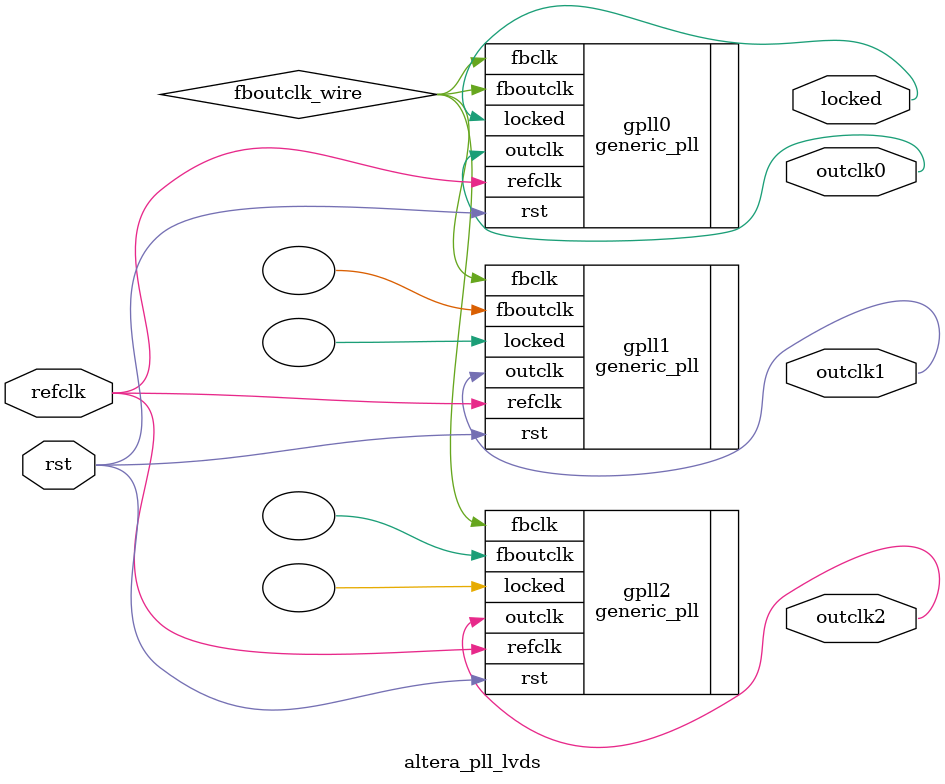
<source format=v>


module altera_pll_lvds
(
    //input
    refclk,
    rst,
    //output
    outclk0,
    outclk1,
    outclk2,
    locked
);

//input
input refclk;
input rst;

//output
output outclk0;
output outclk1;
output outclk2;
output locked;


//parameter
parameter reference_clock_frequency = "0 ps";
parameter data_rate = 0;
parameter deserialization_factor = 4;

parameter output_clock_frequency0 = "0 ps";
parameter phase_shift0 = "0 ps";
parameter duty_cycle0 = 50;

parameter output_clock_frequency1 = "0 ps";
parameter phase_shift1 = "0 ps";
parameter duty_cycle1 = 50;

parameter output_clock_frequency2 = "0 ps";
parameter phase_shift2 = "0 ps";
parameter duty_cycle2 = 50;
//wire 
wire fboutclk_wire;

//clk0 as inclk for lvds
generic_pll gpll0 (
                    //input
                    .refclk(refclk),
                    .rst(rst),
                    .fbclk(fboutclk_wire),
                    //output
                    .outclk(outclk0),
                    .fboutclk(fboutclk_wire),
                    .locked(locked)
                 );
        defparam gpll0.reference_clock_frequency = reference_clock_frequency;
        defparam gpll0.output_clock_frequency = output_clock_frequency0;
        defparam gpll0.phase_shift = phase_shift0; 
        defparam gpll0.duty_cycle = duty_cycle0;

//clk1 as tx_enable or rx_enable for lvds
generic_pll gpll1 (
                    //input
                    .refclk(refclk),
                    .rst(rst),
                    .fbclk(fboutclk_wire),
                    //output
                    .outclk(outclk1),
                    .fboutclk(),
                    .locked()
                 );
        defparam gpll1.reference_clock_frequency = reference_clock_frequency;
        defparam gpll1.output_clock_frequency = output_clock_frequency1;
        defparam gpll1.phase_shift = phase_shift1;
        defparam gpll1.duty_cycle = duty_cycle1;

//clk2 as slowclk for lvds
generic_pll gpll2 (
                    //input
                    .refclk(refclk),
                    .rst(rst),
                    .fbclk(fboutclk_wire),
                    //output
                    .outclk(outclk2),
                    .fboutclk(),
                    .locked()
                 );
        defparam gpll2.reference_clock_frequency = reference_clock_frequency;
        defparam gpll2.output_clock_frequency = output_clock_frequency2;
        defparam gpll2.phase_shift = phase_shift2;
        defparam gpll2.duty_cycle = duty_cycle2;
        
endmodule
        
</source>
